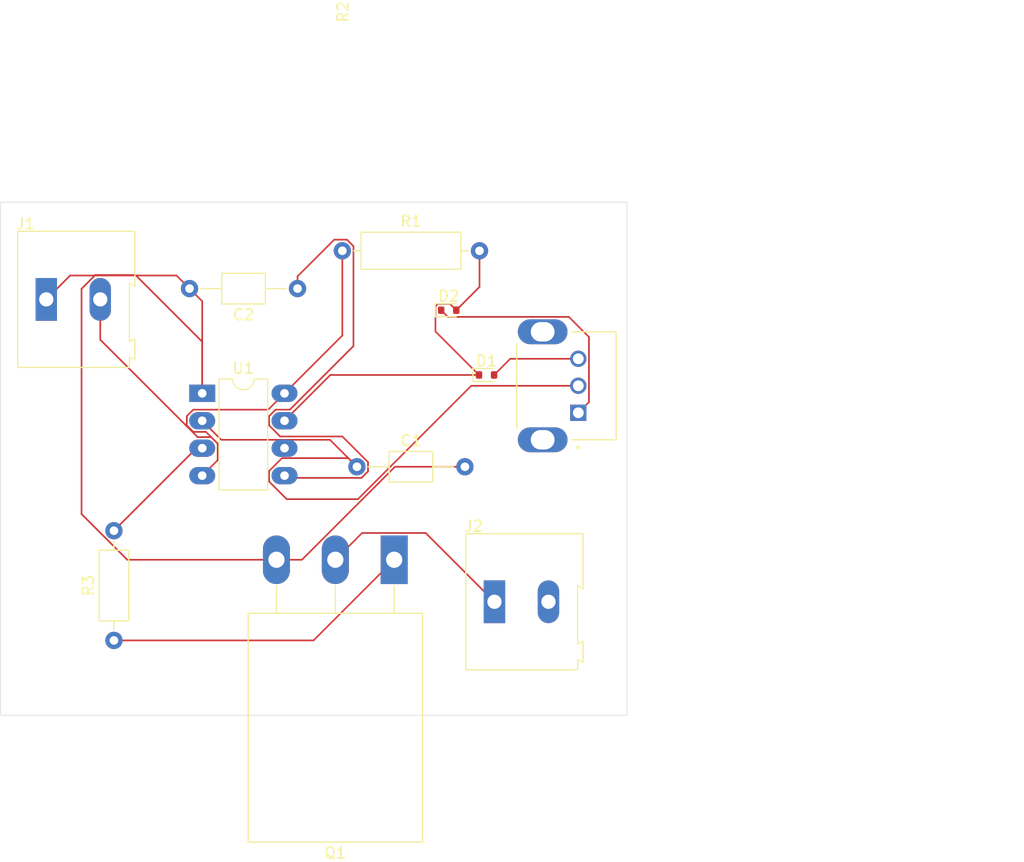
<source format=kicad_pcb>
(kicad_pcb (version 20240108) (generator "pcbnew") (generator_version "8.0")
  (title_block (title "controlador pwm") (date "2024-04-21") (rev "Nicolas Antezana") (company "ucb") (comment 1 "generador  pwm"))
  (layers (0 "F.Cu" signal) (31 "B.Cu" signal) (34 "B.Paste" user) (35 "F.Paste" user) (36 "B.SilkS" user "B.Silkscreen") (37 "F.SilkS" user "F.Silkscreen") (38 "B.Mask" user) (39 "F.Mask" user) (44 "Edge.Cuts" user))
  (net 0 "")
  (net 1 "Net-(D1-K)")
  (net 2 "Net-(D1-A)")
  (net 3 "Net-(D2-K)")
  (net 4 "Net-(J1-Pin_1)")
  (net 5 "Net-(J2-Pin_1)")
  (net 6 "Net-(Q1-G)")
  (net 7 "Net-(U1-THR)")
  (net 8 "Net-(J1-Pin_2)")
  (net 9 "Net-(U1-CV)")
  (net 10 "Net-(U1-Q)")
  (footprint "TerminalBlock:TerminalBlock_Altech_AK300-2_P5.00mm" (layer "F.Cu") (at 122.735 70)
    (property "Reference" "J1" (at -1.92 -6.99 360) (layer "F.SilkS"))
    (property "Value" "imput")
    (fp_line (start -2.65 -6.3) (end -2.65 6.3) (stroke (width 0.12)) (layer "F.SilkS"))
    (fp_line (start -2.65 6.3) (end 7.7 6.3) (stroke (width 0.12)) (layer "F.SilkS"))
    (fp_line (start 7.7 -1.5) (end 8.2 -1.2) (stroke (width 0.12)) (layer "F.SilkS"))
    (fp_line (start 7.7 3.9) (end 7.7 -1.5) (stroke (width 0.12)) (layer "F.SilkS"))
    (fp_line (start 7.7 5.35) (end 8.2 5.6) (stroke (width 0.12)) (layer "F.SilkS"))
    (fp_line (start 7.7 6.3) (end 7.7 5.35) (stroke (width 0.12)) (layer "F.SilkS"))
    (fp_line (start 8.2 -6.3) (end -2.65 -6.3) (stroke (width 0.12)) (layer "F.SilkS"))
    (fp_line (start 8.2 -1.2) (end 8.2 -6.3) (stroke (width 0.12)) (layer "F.SilkS"))
    (fp_line (start 8.2 3.65) (end 7.7 3.9) (stroke (width 0.12)) (layer "F.SilkS"))
    (fp_line (start 8.2 3.7) (end 8.2 3.65) (stroke (width 0.12)) (layer "F.SilkS"))
    (fp_line (start 8.2 5.6) (end 8.2 3.7) (stroke (width 0.12)) (layer "F.SilkS"))
    (pad "1" thru_hole rect (at 0 0) (size 1.98 3.96) (drill 1.32) (layers "*.Cu" "*.Mask") (net 4 "Net-(J1-Pin_1)"))
    (pad "2" thru_hole oval (at 5 0) (size 1.98 3.96) (drill 1.32) (layers "*.Cu" "*.Mask") (net 8 "Net-(J1-Pin_2)"))
  )
  (footprint "Resistor_THT:R_Axial_DIN0309_L9.0mm_D3.2mm_P12.70mm_Horizontal" (layer "F.Cu") (at 150.15 65.5)
    (property "Reference" "R1" (at 6.35 -2.72 360) (layer "F.SilkS"))
    (property "Value" "1k")
    (fp_line (start 1.04 0) (end 1.73 0) (stroke (width 0.12)) (layer "F.SilkS"))
    (fp_line (start 1.73 -1.72) (end 1.73 1.72) (stroke (width 0.12)) (layer "F.SilkS"))
    (fp_line (start 1.73 1.72) (end 10.97 1.72) (stroke (width 0.12)) (layer "F.SilkS"))
    (fp_line (start 10.97 -1.72) (end 1.73 -1.72) (stroke (width 0.12)) (layer "F.SilkS"))
    (fp_line (start 10.97 1.72) (end 10.97 -1.72) (stroke (width 0.12)) (layer "F.SilkS"))
    (fp_line (start 11.66 0) (end 10.97 0) (stroke (width 0.12)) (layer "F.SilkS"))
    (pad "1" thru_hole circle (at 0 0) (size 1.6 1.6) (drill 0.8) (layers "*.Cu" "*.Mask") (net 8 "Net-(J1-Pin_2)"))
    (pad "2" thru_hole oval (at 12.7 0) (size 1.6 1.6) (drill 0.8) (layers "*.Cu" "*.Mask") (net 1 "Net-(D1-K)"))
  )
  (footprint "Package_DIP:DIP-8_W7.62mm_LongPads" (layer "F.Cu") (at 137.175 78.7)
    (property "Reference" "U1" (at 3.81 -2.33 360) (layer "F.SilkS"))
    (property "Value" "NE555P")
    (fp_line (start 1.56 -1.33) (end 1.56 8.95) (stroke (width 0.12)) (layer "F.SilkS"))
    (fp_line (start 1.56 8.95) (end 6.06 8.95) (stroke (width 0.12)) (layer "F.SilkS"))
    (fp_line (start 2.81 -1.33) (end 1.56 -1.33) (stroke (width 0.12)) (layer "F.SilkS"))
    (fp_line (start 6.06 -1.33) (end 4.81 -1.33) (stroke (width 0.12)) (layer "F.SilkS"))
    (fp_line (start 6.06 8.95) (end 6.06 -1.33) (stroke (width 0.12)) (layer "F.SilkS"))
    (fp_arc (start 4.81 -1.33) (mid 3.81 -0.33) (end 2.81 -1.33) (stroke (width 0.12)) (layer "F.SilkS"))
    (pad "1" thru_hole rect (at 0 0) (size 2.4 1.6) (drill 0.8) (layers "*.Cu" "*.Mask") (net 4 "Net-(J1-Pin_1)"))
    (pad "2" thru_hole oval (at 0 2.54) (size 2.4 1.6) (drill 0.8) (layers "*.Cu" "*.Mask") (net 7 "Net-(U1-THR)"))
    (pad "3" thru_hole oval (at 0 5.08) (size 2.4 1.6) (drill 0.8) (layers "*.Cu" "*.Mask") (net 10 "Net-(U1-Q)"))
    (pad "4" thru_hole oval (at 0 7.62) (size 2.4 1.6) (drill 0.8) (layers "*.Cu" "*.Mask") (net 8 "Net-(J1-Pin_2)"))
    (pad "5" thru_hole oval (at 7.62 7.62) (size 2.4 1.6) (drill 0.8) (layers "*.Cu" "*.Mask") (net 9 "Net-(U1-CV)"))
    (pad "6" thru_hole oval (at 7.62 5.08) (size 2.4 1.6) (drill 0.8) (layers "*.Cu" "*.Mask") (net 7 "Net-(U1-THR)"))
    (pad "7" thru_hole oval (at 7.62 2.54) (size 2.4 1.6) (drill 0.8) (layers "*.Cu" "*.Mask") (net 1 "Net-(D1-K)"))
    (pad "8" thru_hole oval (at 7.62 0) (size 2.4 1.6) (drill 0.8) (layers "*.Cu" "*.Mask") (net 8 "Net-(J1-Pin_2)"))
  )
  (footprint "Capacitor_THT:C_Axial_L3.8mm_D2.6mm_P10.00mm_Horizontal" (layer "F.Cu") (at 151.5 85.5)
    (property "Reference" "C1" (at 5 -2.42 0) (layer "F.SilkS"))
    (property "Value" "C")
    (fp_line (start 1.04 0) (end 2.98 0) (stroke (width 0.12)) (layer "F.SilkS"))
    (fp_line (start 2.98 -1.42) (end 2.98 1.42) (stroke (width 0.12)) (layer "F.SilkS"))
    (fp_line (start 2.98 1.42) (end 7.02 1.42) (stroke (width 0.12)) (layer "F.SilkS"))
    (fp_line (start 7.02 -1.42) (end 2.98 -1.42) (stroke (width 0.12)) (layer "F.SilkS"))
    (fp_line (start 7.02 1.42) (end 7.02 -1.42) (stroke (width 0.12)) (layer "F.SilkS"))
    (fp_line (start 8.96 0) (end 7.02 0) (stroke (width 0.12)) (layer "F.SilkS"))
    (pad "1" thru_hole circle (at 0 0) (size 1.6 1.6) (drill 0.8) (layers "*.Cu" "*.Mask") (net 7 "Net-(U1-THR)"))
    (pad "2" thru_hole oval (at 10 0) (size 1.6 1.6) (drill 0.8) (layers "*.Cu" "*.Mask") (net 4 "Net-(J1-Pin_1)"))
  )
  (footprint "TerminalBlock:TerminalBlock_Altech_AK300-2_P5.00mm" (layer "F.Cu") (at 164.235 98)
    (property "Reference" "J2" (at -1.92 -6.99 0) (layer "F.SilkS"))
    (property "Value" "out put")
    (fp_line (start -2.65 -6.3) (end -2.65 6.3) (stroke (width 0.12)) (layer "F.SilkS"))
    (fp_line (start -2.65 6.3) (end 7.7 6.3) (stroke (width 0.12)) (layer "F.SilkS"))
    (fp_line (start 7.7 -1.5) (end 8.2 -1.2) (stroke (width 0.12)) (layer "F.SilkS"))
    (fp_line (start 7.7 3.9) (end 7.7 -1.5) (stroke (width 0.12)) (layer "F.SilkS"))
    (fp_line (start 7.7 5.35) (end 8.2 5.6) (stroke (width 0.12)) (layer "F.SilkS"))
    (fp_line (start 7.7 6.3) (end 7.7 5.35) (stroke (width 0.12)) (layer "F.SilkS"))
    (fp_line (start 8.2 -6.3) (end -2.65 -6.3) (stroke (width 0.12)) (layer "F.SilkS"))
    (fp_line (start 8.2 -1.2) (end 8.2 -6.3) (stroke (width 0.12)) (layer "F.SilkS"))
    (fp_line (start 8.2 3.65) (end 7.7 3.9) (stroke (width 0.12)) (layer "F.SilkS"))
    (fp_line (start 8.2 3.7) (end 8.2 3.65) (stroke (width 0.12)) (layer "F.SilkS"))
    (fp_line (start 8.2 5.6) (end 8.2 3.7) (stroke (width 0.12)) (layer "F.SilkS"))
    (pad "1" thru_hole rect (at 0 0) (size 1.98 3.96) (drill 1.32) (layers "*.Cu" "*.Mask") (net 5 "Net-(J2-Pin_1)"))
    (pad "2" thru_hole oval (at 5 0) (size 1.98 3.96) (drill 1.32) (layers "*.Cu" "*.Mask"))
  )
  (footprint "Capacitor_THT:C_Axial_L3.8mm_D2.6mm_P10.00mm_Horizontal" (layer "F.Cu") (at 146 69 180)
    (property "Reference" "C2" (at 5 -2.42 180) (layer "F.SilkS"))
    (property "Value" "C")
    (fp_line (start 8.96 0) (end 7.02 0) (stroke (width 0.12)) (layer "F.SilkS"))
    (fp_line (start 7.02 1.42) (end 7.02 -1.42) (stroke (width 0.12)) (layer "F.SilkS"))
    (fp_line (start 7.02 -1.42) (end 2.98 -1.42) (stroke (width 0.12)) (layer "F.SilkS"))
    (fp_line (start 2.98 1.42) (end 7.02 1.42) (stroke (width 0.12)) (layer "F.SilkS"))
    (fp_line (start 2.98 -1.42) (end 2.98 1.42) (stroke (width 0.12)) (layer "F.SilkS"))
    (fp_line (start 1.04 0) (end 2.98 0) (stroke (width 0.12)) (layer "F.SilkS"))
    (pad "1" thru_hole circle (at 0 0 180) (size 1.6 1.6) (drill 0.8) (layers "*.Cu" "*.Mask") (net 9 "Net-(U1-CV)"))
    (pad "2" thru_hole oval (at 10 0 180) (size 1.6 1.6) (drill 0.8) (layers "*.Cu" "*.Mask") (net 4 "Net-(J1-Pin_1)"))
  )
  (footprint "PT01-B120K2-A102:TRIM_PT01-B120K2-A102" (layer "F.Cu") (at 168.7 78 90)
    (property "Reference" "R2" (at 34.62 -18.5 270) (layer "F.SilkS"))
    (property "Value" "500k")
    (fp_line (start -3.9 -2.4) (end 3.9 -2.4) (stroke (width 0.127)) (layer "F.SilkS"))
    (fp_line (start -5 2.7) (end -5 6.8) (stroke (width 0.127)) (layer "F.SilkS"))
    (fp_line (start 5 6.8) (end 5 2.7) (stroke (width 0.127)) (layer "F.SilkS"))
    (fp_line (start -5 6.8) (end 5 6.8) (stroke (width 0.127)) (layer "F.SilkS"))
    (fp_circle (center -5.72 3.29) (end -5.62 3.29) (stroke (width 0.2)) (fill none) (layer "F.SilkS"))
    (pad "1" thru_hole rect (at -2.5 3.3 90) (size 1.508 1.508) (drill 1) (layers "*.Cu" "*.Mask") (net 3 "Net-(D2-K)"))
    (pad "2" thru_hole circle (at 0 3.3 90) (size 1.508 1.508) (drill 1) (layers "*.Cu" "*.Mask") (net 7 "Net-(U1-THR)"))
    (pad "3" thru_hole circle (at 2.5 3.3 90) (size 1.508 1.508) (drill 1) (layers "*.Cu" "*.Mask") (net 2 "Net-(D1-A)"))
    (pad "S1" thru_hole oval (at -5 0 90) (size 2.3 4.6) (drill oval 1.8 2.2) (layers "*.Cu" "*.Mask"))
    (pad "S2" thru_hole oval (at 5 0 90) (size 2.3 4.6) (drill oval 1.8 2.2) (layers "*.Cu" "*.Mask"))
  )
  (footprint "Resistor_THT:R_Axial_DIN0207_L6.3mm_D2.5mm_P10.16mm_Horizontal" (layer "F.Cu") (at 129 101.58 90)
    (property "Reference" "R3" (at 5.08 -2.37 270) (layer "F.SilkS"))
    (property "Value" "R")
    (fp_line (start 8.35 -1.37) (end 1.81 -1.37) (stroke (width 0.12)) (layer "F.SilkS"))
    (fp_line (start 1.81 -1.37) (end 1.81 1.37) (stroke (width 0.12)) (layer "F.SilkS"))
    (fp_line (start 9.12 0) (end 8.35 0) (stroke (width 0.12)) (layer "F.SilkS"))
    (fp_line (start 1.04 0) (end 1.81 0) (stroke (width 0.12)) (layer "F.SilkS"))
    (fp_line (start 8.35 1.37) (end 8.35 -1.37) (stroke (width 0.12)) (layer "F.SilkS"))
    (fp_line (start 1.81 1.37) (end 8.35 1.37) (stroke (width 0.12)) (layer "F.SilkS"))
    (pad "1" thru_hole circle (at 0 0 90) (size 1.6 1.6) (drill 0.8) (layers "*.Cu" "*.Mask") (net 6 "Net-(Q1-G)"))
    (pad "2" thru_hole oval (at 10.16 0 90) (size 1.6 1.6) (drill 0.8) (layers "*.Cu" "*.Mask") (net 10 "Net-(U1-Q)"))
  )
  (footprint "Diode_SMD:D_SOD-523" (layer "F.Cu") (at 163.5 77)
    (property "Reference" "D1" (at 0 -1.3 0) (layer "F.SilkS"))
    (property "Value" "1N4148WT")
    (fp_line (start -1.26 -0.6) (end -1.26 0.6) (stroke (width 0.12)) (layer "F.SilkS"))
    (fp_line (start 0.7 -0.6) (end -1.26 -0.6) (stroke (width 0.12)) (layer "F.SilkS"))
    (fp_line (start 0.7 0.6) (end -1.26 0.6) (stroke (width 0.12)) (layer "F.SilkS"))
    (pad "1" smd roundrect (at -0.7 0 180) (size 0.6 0.7) (layers "F.Cu" "F.Paste" "F.Mask") (net 1 "Net-(D1-K)"))
    (pad "2" smd roundrect (at 0.7 0 180) (size 0.6 0.7) (layers "F.Cu" "F.Paste" "F.Mask") (net 2 "Net-(D1-A)"))
  )
  (footprint "Diode_SMD:D_SOD-523" (layer "F.Cu") (at 160 71)
    (property "Reference" "D2" (at 0 -1.3 0) (layer "F.SilkS"))
    (property "Value" "1N4148WT")
    (fp_line (start -1.26 -0.6) (end -1.26 0.6) (stroke (width 0.12)) (layer "F.SilkS"))
    (fp_line (start 0.7 -0.6) (end -1.26 -0.6) (stroke (width 0.12)) (layer "F.SilkS"))
    (fp_line (start 0.7 0.6) (end -1.26 0.6) (stroke (width 0.12)) (layer "F.SilkS"))
    (pad "1" smd roundrect (at -0.7 0 180) (size 0.6 0.7) (layers "F.Cu" "F.Paste" "F.Mask") (net 3 "Net-(D2-K)"))
    (pad "2" smd roundrect (at 0.7 0 180) (size 0.6 0.7) (layers "F.Cu" "F.Paste" "F.Mask") (net 1 "Net-(D1-K)"))
  )
  (footprint "Package_TO_SOT_THT:TO-247-3_Horizontal_TabDown" (layer "F.Cu") (at 154.95 94.11 180)
    (property "Reference" "Q1" (at 5.45 -27.15 180) (layer "F.SilkS"))
    (property "Value" "IRFP4468PbF")
    (fp_line (start 13.52 -26.15) (end 13.52 -4.96) (stroke (width 0.12)) (layer "F.SilkS"))
    (fp_line (start 10.9 -4.96) (end 10.9 -2.4) (stroke (width 0.12)) (layer "F.SilkS"))
    (fp_line (start 5.45 -4.96) (end 5.45 -2.4) (stroke (width 0.12)) (layer "F.SilkS"))
    (fp_line (start 0 -4.96) (end 0 -2.4) (stroke (width 0.12)) (layer "F.SilkS"))
    (fp_line (start -2.62 -4.96) (end 13.52 -4.96) (stroke (width 0.12)) (layer "F.SilkS"))
    (fp_line (start -2.62 -26.15) (end 13.52 -26.15) (stroke (width 0.12)) (layer "F.SilkS"))
    (fp_line (start -2.62 -26.15) (end -2.62 -4.96) (stroke (width 0.12)) (layer "F.SilkS"))
    (pad "" np_thru_hole oval (at 5.45 -19.86 180) (size 3.6 3.6) (drill 3.6) (layers "*.Cu" "*.Mask"))
    (pad "1" thru_hole rect (at 0 0 180) (size 2.5 4.5) (drill 1.5) (layers "*.Cu" "*.Mask") (net 6 "Net-(Q1-G)"))
    (pad "2" thru_hole oval (at 5.45 0 180) (size 2.5 4.5) (drill 1.5) (layers "*.Cu" "*.Mask") (net 5 "Net-(J2-Pin_1)"))
    (pad "3" thru_hole oval (at 10.9 0 180) (size 2.5 4.5) (drill 1.5) (layers "*.Cu" "*.Mask") (net 4 "Net-(J1-Pin_1)"))
  )
  (gr_rect (start 118.5 61) (end 176.5 108.5) (stroke (width 0.05)) (fill none) (layer "Edge.Cuts"))
  (segment (start 158.7714 70.639022) (end 158.989022 70.4214) (width 0.1524) (layer "F.Cu") (net 1))
  (segment (start 162.85 65.5) (end 162.85 68.85) (width 0.1524) (layer "F.Cu") (net 1))
  (segment (start 162.8 77) (end 149.035 77) (width 0.1524) (layer "F.Cu") (net 1))
  (segment (start 149.035 77) (end 144.795 81.24) (width 0.1524) (layer "F.Cu") (net 1))
  (segment (start 162.85 68.85) (end 160.7 71) (width 0.1524) (layer "F.Cu") (net 1))
  (segment (start 158.989022 70.4214) (end 160.1214 70.4214) (width 0.1524) (layer "F.Cu") (net 1))
  (segment (start 162.8 77) (end 158.7714 72.9714) (width 0.1524) (layer "F.Cu") (net 1))
  (segment (start 160.1214 70.4214) (end 160.7 71) (width 0.1524) (layer "F.Cu") (net 1))
  (segment (start 158.7714 72.9714) (end 158.7714 70.639022) (width 0.1524) (layer "F.Cu") (net 1))
  (segment (start 165.7 75.5) (end 164.2 77) (width 0.1524) (layer "F.Cu") (net 2))
  (segment (start 172 75.5) (end 165.7 75.5) (width 0.1524) (layer "F.Cu") (net 2))
  (segment (start 159.9214 71.6214) (end 159.3 71) (width 0.1524) (layer "F.Cu") (net 3))
  (segment (start 172 80.5) (end 172.9826 79.5174) (width 0.1524) (layer "F.Cu") (net 3))
  (segment (start 172.9826 79.5174) (end 172.9826 73.4826) (width 0.1524) (layer "F.Cu") (net 3))
  (segment (start 171.1214 71.6214) (end 159.9214 71.6214) (width 0.1524) (layer "F.Cu") (net 3))
  (segment (start 172.9826 73.4826) (end 171.1214 71.6214) (width 0.1524) (layer "F.Cu") (net 3))
  (segment (start 130.235339 94.11) (end 144.05 94.11) (width 0.1524) (layer "F.Cu") (net 4))
  (segment (start 137.175 78.7) (end 137.175 73.924252) (width 0.1524) (layer "F.Cu") (net 4))
  (segment (start 126 89.874661) (end 130.235339 94.11) (width 0.1524) (layer "F.Cu") (net 4))
  (segment (start 137.175 70.175) (end 136 69) (width 0.1524) (layer "F.Cu") (net 4))
  (segment (start 134.7914 67.7914) (end 124.9436 67.7914) (width 0.1524) (layer "F.Cu") (net 4))
  (segment (start 136 69) (end 134.7914 67.7914) (width 0.1524) (layer "F.Cu") (net 4))
  (segment (start 137.175 78.7) (end 137.175 70.175) (width 0.1524) (layer "F.Cu") (net 4))
  (segment (start 130.993126 67.742378) (end 127.279261 67.742378) (width 0.1524) (layer "F.Cu") (net 4))
  (segment (start 126 69.021639) (end 126 89.874661) (width 0.1524) (layer "F.Cu") (net 4))
  (segment (start 124.9436 67.7914) (end 122.735 70) (width 0.1524) (layer "F.Cu") (net 4))
  (segment (start 146.408944 94.11) (end 144.05 94.11) (width 0.1524) (layer "F.Cu") (net 4))
  (segment (start 161.5 85.5) (end 155.018944 85.5) (width 0.1524) (layer "F.Cu") (net 4))
  (segment (start 137.175 73.924252) (end 130.993126 67.742378) (width 0.1524) (layer "F.Cu") (net 4))
  (segment (start 155.018944 85.5) (end 146.408944 94.11) (width 0.1524) (layer "F.Cu") (net 4))
  (segment (start 127.279261 67.742378) (end 126 69.021639) (width 0.1524) (layer "F.Cu") (net 4))
  (segment (start 157.8664 91.6314) (end 164.235 98) (width 0.1524) (layer "F.Cu") (net 5))
  (segment (start 151.9786 91.6314) (end 157.8664 91.6314) (width 0.1524) (layer "F.Cu") (net 5))
  (segment (start 149.5 94.11) (end 151.9786 91.6314) (width 0.1524) (layer "F.Cu") (net 5))
  (segment (start 147.48 101.58) (end 154.95 94.11) (width 0.1524) (layer "F.Cu") (net 6))
  (segment (start 129 101.58) (end 147.48 101.58) (width 0.1524) (layer "F.Cu") (net 6))
  (segment (start 143.3664 86.8664) (end 145 88.5) (width 0.1524) (layer "F.Cu") (net 7))
  (segment (start 138.935 83) (end 149 83) (width 0.1524) (layer "F.Cu") (net 7))
  (segment (start 137.175 81.24) (end 138.935 83) (width 0.1524) (layer "F.Cu") (net 7))
  (segment (start 144.560339 84.700001) (end 143.3664 85.89394) (width 0.1524) (layer "F.Cu") (net 7))
  (segment (start 151.5 85.5) (end 150.700001 84.700001) (width 0.1524) (layer "F.Cu") (net 7))
  (segment (start 149 83) (end 151.5 85.5) (width 0.1524) (layer "F.Cu") (net 7))
  (segment (start 162.087892 78) (end 172 78) (width 0.1524) (layer "F.Cu") (net 7))
  (segment (start 143.3664 85.89394) (end 143.3664 86.8664) (width 0.1524) (layer "F.Cu") (net 7))
  (segment (start 150.700001 84.700001) (end 144.560339 84.700001) (width 0.1524) (layer "F.Cu") (net 7))
  (segment (start 145 88.5) (end 151.587892 88.5) (width 0.1524) (layer "F.Cu") (net 7))
  (segment (start 151.587892 88.5) (end 162.087892 78) (width 0.1524) (layer "F.Cu") (net 7))
  (segment (start 135.7464 81.66606) (end 136.34894 82.2686) (width 0.1524) (layer "F.Cu") (net 8))
  (segment (start 137.51826 82.2686) (end 138.6036 83.35394) (width 0.1524) (layer "F.Cu") (net 8))
  (segment (start 138.00106 82.7514) (end 136.7514 82.7514) (width 0.1524) (layer "F.Cu") (net 8))
  (segment (start 143.2836 80.2114) (end 136.34894 80.2114) (width 0.1524) (layer "F.Cu") (net 8))
  (segment (start 127.735 73.735) (end 127.735 70) (width 0.1524) (layer "F.Cu") (net 8))
  (segment (start 144.795 78.7) (end 143.2836 80.2114) (width 0.1524) (layer "F.Cu") (net 8))
  (segment (start 137.175 86.32) (end 138.6036 84.8914) (width 0.1524) (layer "F.Cu") (net 8))
  (segment (start 136.7514 82.7514) (end 127.735 73.735) (width 0.1524) (layer "F.Cu") (net 8))
  (segment (start 150.15 73.345) (end 144.795 78.7) (width 0.1524) (layer "F.Cu") (net 8))
  (segment (start 138.6036 84.8914) (end 138.6036 83.35394) (width 0.1524) (layer "F.Cu") (net 8))
  (segment (start 135.7464 80.81394) (end 135.7464 81.66606) (width 0.1524) (layer "F.Cu") (net 8))
  (segment (start 136.34894 80.2114) (end 135.7464 80.81394) (width 0.1524) (layer "F.Cu") (net 8))
  (segment (start 138.6036 83.35394) (end 138.00106 82.7514) (width 0.1524) (layer "F.Cu") (net 8))
  (segment (start 136.34894 82.2686) (end 137.51826 82.2686) (width 0.1524) (layer "F.Cu") (net 8))
  (segment (start 150.15 65.5) (end 150.15 73.345) (width 0.1524) (layer "F.Cu") (net 8))
  (segment (start 151.1786 74.3214) (end 145.2886 80.2114) (width 0.1524) (layer "F.Cu") (net 9))
  (segment (start 151.1786 65.073939) (end 151.1786 74.3214) (width 0.1524) (layer "F.Cu") (net 9))
  (segment (start 144.39554 82.6952) (end 150.149861 82.6952) (width 0.1524) (layer "F.Cu") (net 9))
  (segment (start 143.3664 81.66606) (end 144.39554 82.6952) (width 0.1524) (layer "F.Cu") (net 9))
  (segment (start 143.96894 80.2114) (end 143.3664 80.81394) (width 0.1524) (layer "F.Cu") (net 9))
  (segment (start 145.0036 86.5286) (end 144.795 86.32) (width 0.1524) (layer "F.Cu") (net 9))
  (segment (start 146 67.86863) (end 149.39723 64.4714) (width 0.1524) (layer "F.Cu") (net 9))
  (segment (start 143.3664 80.81394) (end 143.3664 81.66606) (width 0.1524) (layer "F.Cu") (net 9))
  (segment (start 151.926061 86.5286) (end 145.0036 86.5286) (width 0.1524) (layer "F.Cu") (net 9))
  (segment (start 152.5286 85.926061) (end 151.926061 86.5286) (width 0.1524) (layer "F.Cu") (net 9))
  (segment (start 145.2886 80.2114) (end 143.96894 80.2114) (width 0.1524) (layer "F.Cu") (net 9))
  (segment (start 149.39723 64.4714) (end 150.576061 64.4714) (width 0.1524) (layer "F.Cu") (net 9))
  (segment (start 150.576061 64.4714) (end 151.1786 65.073939) (width 0.1524) (layer "F.Cu") (net 9))
  (segment (start 152.5286 85.073939) (end 152.5286 85.926061) (width 0.1524) (layer "F.Cu") (net 9))
  (segment (start 150.149861 82.6952) (end 152.5286 85.073939) (width 0.1524) (layer "F.Cu") (net 9))
  (segment (start 146 69) (end 146 67.86863) (width 0.1524) (layer "F.Cu") (net 9))
  (segment (start 136.64 83.78) (end 129 91.42) (width 0.1524) (layer "F.Cu") (net 10))
  (segment (start 137.175 83.78) (end 136.64 83.78) (width 0.1524) (layer "F.Cu") (net 10))
)
</source>
